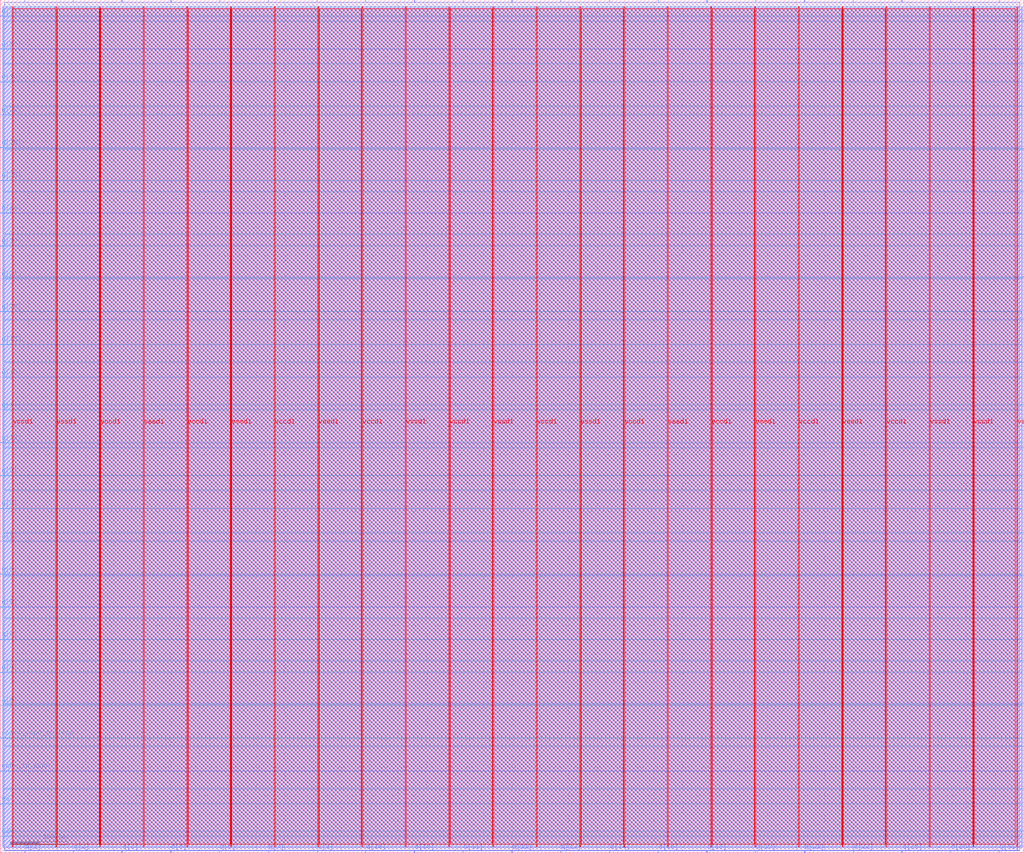
<source format=lef>
VERSION 5.7 ;
  NOWIREEXTENSIONATPIN ON ;
  DIVIDERCHAR "/" ;
  BUSBITCHARS "[]" ;
MACRO custom_sram
  CLASS BLOCK ;
  FOREIGN custom_sram ;
  ORIGIN 0.000 0.000 ;
  SIZE 1800.000 BY 1500.000 ;
  PIN a[0]
    DIRECTION INPUT ;
    USE SIGNAL ;
    PORT
      LAYER met3 ;
        RECT 0.000 259.120 4.000 259.720 ;
    END
  END a[0]
  PIN a[10]
    DIRECTION INPUT ;
    USE SIGNAL ;
    PORT
      LAYER met2 ;
        RECT 642.710 0.000 642.990 4.000 ;
    END
  END a[10]
  PIN a[11]
    DIRECTION INPUT ;
    USE SIGNAL ;
    PORT
      LAYER met2 ;
        RECT 814.290 0.000 814.570 4.000 ;
    END
  END a[11]
  PIN a[12]
    DIRECTION INPUT ;
    USE SIGNAL ;
    PORT
      LAYER met3 ;
        RECT 1796.000 862.280 1800.000 862.880 ;
    END
  END a[12]
  PIN a[13]
    DIRECTION INPUT ;
    USE SIGNAL ;
    PORT
      LAYER met3 ;
        RECT 0.000 720.840 4.000 721.440 ;
    END
  END a[13]
  PIN a[14]
    DIRECTION INPUT ;
    USE SIGNAL ;
    PORT
      LAYER met2 ;
        RECT 642.710 1496.000 642.990 1500.000 ;
    END
  END a[14]
  PIN a[15]
    DIRECTION INPUT ;
    USE SIGNAL ;
    PORT
      LAYER met3 ;
        RECT 1796.000 1087.360 1800.000 1087.960 ;
    END
  END a[15]
  PIN a[16]
    DIRECTION INPUT ;
    USE SIGNAL ;
    PORT
      LAYER met3 ;
        RECT 1796.000 1162.160 1800.000 1162.760 ;
    END
  END a[16]
  PIN a[17]
    DIRECTION INPUT ;
    USE SIGNAL ;
    PORT
      LAYER met2 ;
        RECT 899.850 1496.000 900.130 1500.000 ;
    END
  END a[17]
  PIN a[18]
    DIRECTION INPUT ;
    USE SIGNAL ;
    PORT
      LAYER met2 ;
        RECT 1242.550 0.000 1242.830 4.000 ;
    END
  END a[18]
  PIN a[19]
    DIRECTION INPUT ;
    USE SIGNAL ;
    PORT
      LAYER met2 ;
        RECT 1242.550 1496.000 1242.830 1500.000 ;
    END
  END a[19]
  PIN a[1]
    DIRECTION INPUT ;
    USE SIGNAL ;
    PORT
      LAYER met2 ;
        RECT 42.870 0.000 43.150 4.000 ;
    END
  END a[1]
  PIN a[2]
    DIRECTION INPUT ;
    USE SIGNAL ;
    PORT
      LAYER met3 ;
        RECT 1796.000 187.040 1800.000 187.640 ;
    END
  END a[2]
  PIN a[3]
    DIRECTION INPUT ;
    USE SIGNAL ;
    PORT
      LAYER met2 ;
        RECT 213.990 1496.000 214.270 1500.000 ;
    END
  END a[3]
  PIN a[4]
    DIRECTION INPUT ;
    USE SIGNAL ;
    PORT
      LAYER met3 ;
        RECT 0.000 374.720 4.000 375.320 ;
    END
  END a[4]
  PIN a[5]
    DIRECTION INPUT ;
    USE SIGNAL ;
    PORT
      LAYER met3 ;
        RECT 1796.000 412.120 1800.000 412.720 ;
    END
  END a[5]
  PIN a[6]
    DIRECTION INPUT ;
    USE SIGNAL ;
    PORT
      LAYER met3 ;
        RECT 1796.000 486.920 1800.000 487.520 ;
    END
  END a[6]
  PIN a[7]
    DIRECTION INPUT ;
    USE SIGNAL ;
    PORT
      LAYER met3 ;
        RECT 0.000 547.440 4.000 548.040 ;
    END
  END a[7]
  PIN a[8]
    DIRECTION INPUT ;
    USE SIGNAL ;
    PORT
      LAYER met2 ;
        RECT 557.150 0.000 557.430 4.000 ;
    END
  END a[8]
  PIN a[9]
    DIRECTION INPUT ;
    USE SIGNAL ;
    PORT
      LAYER met3 ;
        RECT 1796.000 637.200 1800.000 637.800 ;
    END
  END a[9]
  PIN clk
    DIRECTION INPUT ;
    USE SIGNAL ;
    PORT
      LAYER met3 ;
        RECT 0.000 28.600 4.000 29.200 ;
    END
  END clk
  PIN csb0_to_sram
    DIRECTION INPUT ;
    USE SIGNAL ;
    PORT
      LAYER met3 ;
        RECT 0.000 143.520 4.000 144.120 ;
    END
  END csb0_to_sram
  PIN d[0]
    DIRECTION INPUT ;
    USE SIGNAL ;
    PORT
      LAYER met3 ;
        RECT 0.000 316.920 4.000 317.520 ;
    END
  END d[0]
  PIN d[10]
    DIRECTION INPUT ;
    USE SIGNAL ;
    PORT
      LAYER met2 ;
        RECT 728.270 0.000 728.550 4.000 ;
    END
  END d[10]
  PIN d[11]
    DIRECTION INPUT ;
    USE SIGNAL ;
    PORT
      LAYER met3 ;
        RECT 1796.000 787.480 1800.000 788.080 ;
    END
  END d[11]
  PIN d[12]
    DIRECTION INPUT ;
    USE SIGNAL ;
    PORT
      LAYER met3 ;
        RECT 1796.000 937.080 1800.000 937.680 ;
    END
  END d[12]
  PIN d[13]
    DIRECTION INPUT ;
    USE SIGNAL ;
    PORT
      LAYER met3 ;
        RECT 1796.000 1011.880 1800.000 1012.480 ;
    END
  END d[13]
  PIN d[14]
    DIRECTION INPUT ;
    USE SIGNAL ;
    PORT
      LAYER met2 ;
        RECT 1071.430 0.000 1071.710 4.000 ;
    END
  END d[14]
  PIN d[15]
    DIRECTION INPUT ;
    USE SIGNAL ;
    PORT
      LAYER met2 ;
        RECT 1156.990 0.000 1157.270 4.000 ;
    END
  END d[15]
  PIN d[16]
    DIRECTION INPUT ;
    USE SIGNAL ;
    PORT
      LAYER met2 ;
        RECT 728.270 1496.000 728.550 1500.000 ;
    END
  END d[16]
  PIN d[17]
    DIRECTION INPUT ;
    USE SIGNAL ;
    PORT
      LAYER met2 ;
        RECT 985.410 1496.000 985.690 1500.000 ;
    END
  END d[17]
  PIN d[18]
    DIRECTION INPUT ;
    USE SIGNAL ;
    PORT
      LAYER met3 ;
        RECT 0.000 893.560 4.000 894.160 ;
    END
  END d[18]
  PIN d[19]
    DIRECTION INPUT ;
    USE SIGNAL ;
    PORT
      LAYER met3 ;
        RECT 1796.000 1236.960 1800.000 1237.560 ;
    END
  END d[19]
  PIN d[1]
    DIRECTION INPUT ;
    USE SIGNAL ;
    PORT
      LAYER met3 ;
        RECT 1796.000 37.440 1800.000 38.040 ;
    END
  END d[1]
  PIN d[20]
    DIRECTION INPUT ;
    USE SIGNAL ;
    PORT
      LAYER met3 ;
        RECT 1796.000 1312.440 1800.000 1313.040 ;
    END
  END d[20]
  PIN d[21]
    DIRECTION INPUT ;
    USE SIGNAL ;
    PORT
      LAYER met3 ;
        RECT 0.000 1009.160 4.000 1009.760 ;
    END
  END d[21]
  PIN d[22]
    DIRECTION INPUT ;
    USE SIGNAL ;
    PORT
      LAYER met2 ;
        RECT 1499.690 0.000 1499.970 4.000 ;
    END
  END d[22]
  PIN d[23]
    DIRECTION INPUT ;
    USE SIGNAL ;
    PORT
      LAYER met2 ;
        RECT 1328.570 1496.000 1328.850 1500.000 ;
    END
  END d[23]
  PIN d[24]
    DIRECTION INPUT ;
    USE SIGNAL ;
    PORT
      LAYER met2 ;
        RECT 1499.690 1496.000 1499.970 1500.000 ;
    END
  END d[24]
  PIN d[25]
    DIRECTION INPUT ;
    USE SIGNAL ;
    PORT
      LAYER met2 ;
        RECT 1585.710 1496.000 1585.990 1500.000 ;
    END
  END d[25]
  PIN d[26]
    DIRECTION INPUT ;
    USE SIGNAL ;
    PORT
      LAYER met3 ;
        RECT 0.000 1239.680 4.000 1240.280 ;
    END
  END d[26]
  PIN d[27]
    DIRECTION INPUT ;
    USE SIGNAL ;
    PORT
      LAYER met2 ;
        RECT 1671.270 1496.000 1671.550 1500.000 ;
    END
  END d[27]
  PIN d[28]
    DIRECTION INPUT ;
    USE SIGNAL ;
    PORT
      LAYER met3 ;
        RECT 1796.000 1387.240 1800.000 1387.840 ;
    END
  END d[28]
  PIN d[29]
    DIRECTION INPUT ;
    USE SIGNAL ;
    PORT
      LAYER met2 ;
        RECT 1671.270 0.000 1671.550 4.000 ;
    END
  END d[29]
  PIN d[2]
    DIRECTION INPUT ;
    USE SIGNAL ;
    PORT
      LAYER met2 ;
        RECT 128.430 1496.000 128.710 1500.000 ;
    END
  END d[2]
  PIN d[30]
    DIRECTION INPUT ;
    USE SIGNAL ;
    PORT
      LAYER met3 ;
        RECT 0.000 1355.280 4.000 1355.880 ;
    END
  END d[30]
  PIN d[31]
    DIRECTION INPUT ;
    USE SIGNAL ;
    PORT
      LAYER met3 ;
        RECT 0.000 1470.880 4.000 1471.480 ;
    END
  END d[31]
  PIN d[3]
    DIRECTION INPUT ;
    USE SIGNAL ;
    PORT
      LAYER met3 ;
        RECT 1796.000 261.840 1800.000 262.440 ;
    END
  END d[3]
  PIN d[4]
    DIRECTION INPUT ;
    USE SIGNAL ;
    PORT
      LAYER met2 ;
        RECT 300.010 1496.000 300.290 1500.000 ;
    END
  END d[4]
  PIN d[5]
    DIRECTION INPUT ;
    USE SIGNAL ;
    PORT
      LAYER met3 ;
        RECT 0.000 431.840 4.000 432.440 ;
    END
  END d[5]
  PIN d[6]
    DIRECTION INPUT ;
    USE SIGNAL ;
    PORT
      LAYER met2 ;
        RECT 300.010 0.000 300.290 4.000 ;
    END
  END d[6]
  PIN d[7]
    DIRECTION INPUT ;
    USE SIGNAL ;
    PORT
      LAYER met3 ;
        RECT 1796.000 562.400 1800.000 563.000 ;
    END
  END d[7]
  PIN d[8]
    DIRECTION INPUT ;
    USE SIGNAL ;
    PORT
      LAYER met2 ;
        RECT 385.570 1496.000 385.850 1500.000 ;
    END
  END d[8]
  PIN d[9]
    DIRECTION INPUT ;
    USE SIGNAL ;
    PORT
      LAYER met2 ;
        RECT 471.130 1496.000 471.410 1500.000 ;
    END
  END d[9]
  PIN q[0]
    DIRECTION OUTPUT TRISTATE ;
    USE SIGNAL ;
    PORT
      LAYER met2 ;
        RECT 42.870 1496.000 43.150 1500.000 ;
    END
  END q[0]
  PIN q[10]
    DIRECTION OUTPUT TRISTATE ;
    USE SIGNAL ;
    PORT
      LAYER met3 ;
        RECT 1796.000 712.000 1800.000 712.600 ;
    END
  END q[10]
  PIN q[11]
    DIRECTION OUTPUT TRISTATE ;
    USE SIGNAL ;
    PORT
      LAYER met2 ;
        RECT 899.850 0.000 900.130 4.000 ;
    END
  END q[11]
  PIN q[12]
    DIRECTION OUTPUT TRISTATE ;
    USE SIGNAL ;
    PORT
      LAYER met2 ;
        RECT 557.150 1496.000 557.430 1500.000 ;
    END
  END q[12]
  PIN q[13]
    DIRECTION OUTPUT TRISTATE ;
    USE SIGNAL ;
    PORT
      LAYER met2 ;
        RECT 985.410 0.000 985.690 4.000 ;
    END
  END q[13]
  PIN q[14]
    DIRECTION OUTPUT TRISTATE ;
    USE SIGNAL ;
    PORT
      LAYER met3 ;
        RECT 0.000 778.640 4.000 779.240 ;
    END
  END q[14]
  PIN q[15]
    DIRECTION OUTPUT TRISTATE ;
    USE SIGNAL ;
    PORT
      LAYER met3 ;
        RECT 0.000 835.760 4.000 836.360 ;
    END
  END q[15]
  PIN q[16]
    DIRECTION OUTPUT TRISTATE ;
    USE SIGNAL ;
    PORT
      LAYER met2 ;
        RECT 814.290 1496.000 814.570 1500.000 ;
    END
  END q[16]
  PIN q[17]
    DIRECTION OUTPUT TRISTATE ;
    USE SIGNAL ;
    PORT
      LAYER met2 ;
        RECT 1071.430 1496.000 1071.710 1500.000 ;
    END
  END q[17]
  PIN q[18]
    DIRECTION OUTPUT TRISTATE ;
    USE SIGNAL ;
    PORT
      LAYER met2 ;
        RECT 1156.990 1496.000 1157.270 1500.000 ;
    END
  END q[18]
  PIN q[19]
    DIRECTION OUTPUT TRISTATE ;
    USE SIGNAL ;
    PORT
      LAYER met2 ;
        RECT 1328.570 0.000 1328.850 4.000 ;
    END
  END q[19]
  PIN q[1]
    DIRECTION OUTPUT TRISTATE ;
    USE SIGNAL ;
    PORT
      LAYER met3 ;
        RECT 1796.000 112.240 1800.000 112.840 ;
    END
  END q[1]
  PIN q[20]
    DIRECTION OUTPUT TRISTATE ;
    USE SIGNAL ;
    PORT
      LAYER met3 ;
        RECT 0.000 951.360 4.000 951.960 ;
    END
  END q[20]
  PIN q[21]
    DIRECTION OUTPUT TRISTATE ;
    USE SIGNAL ;
    PORT
      LAYER met2 ;
        RECT 1414.130 0.000 1414.410 4.000 ;
    END
  END q[21]
  PIN q[22]
    DIRECTION OUTPUT TRISTATE ;
    USE SIGNAL ;
    PORT
      LAYER met3 ;
        RECT 0.000 1066.960 4.000 1067.560 ;
    END
  END q[22]
  PIN q[23]
    DIRECTION OUTPUT TRISTATE ;
    USE SIGNAL ;
    PORT
      LAYER met2 ;
        RECT 1414.130 1496.000 1414.410 1500.000 ;
    END
  END q[23]
  PIN q[24]
    DIRECTION OUTPUT TRISTATE ;
    USE SIGNAL ;
    PORT
      LAYER met3 ;
        RECT 0.000 1124.760 4.000 1125.360 ;
    END
  END q[24]
  PIN q[25]
    DIRECTION OUTPUT TRISTATE ;
    USE SIGNAL ;
    PORT
      LAYER met3 ;
        RECT 0.000 1181.880 4.000 1182.480 ;
    END
  END q[25]
  PIN q[26]
    DIRECTION OUTPUT TRISTATE ;
    USE SIGNAL ;
    PORT
      LAYER met2 ;
        RECT 1585.710 0.000 1585.990 4.000 ;
    END
  END q[26]
  PIN q[27]
    DIRECTION OUTPUT TRISTATE ;
    USE SIGNAL ;
    PORT
      LAYER met2 ;
        RECT 1756.830 1496.000 1757.110 1500.000 ;
    END
  END q[27]
  PIN q[28]
    DIRECTION OUTPUT TRISTATE ;
    USE SIGNAL ;
    PORT
      LAYER met3 ;
        RECT 0.000 1297.480 4.000 1298.080 ;
    END
  END q[28]
  PIN q[29]
    DIRECTION OUTPUT TRISTATE ;
    USE SIGNAL ;
    PORT
      LAYER met3 ;
        RECT 1796.000 1462.040 1800.000 1462.640 ;
    END
  END q[29]
  PIN q[2]
    DIRECTION OUTPUT TRISTATE ;
    USE SIGNAL ;
    PORT
      LAYER met2 ;
        RECT 128.430 0.000 128.710 4.000 ;
    END
  END q[2]
  PIN q[30]
    DIRECTION OUTPUT TRISTATE ;
    USE SIGNAL ;
    PORT
      LAYER met3 ;
        RECT 0.000 1413.080 4.000 1413.680 ;
    END
  END q[30]
  PIN q[31]
    DIRECTION OUTPUT TRISTATE ;
    USE SIGNAL ;
    PORT
      LAYER met2 ;
        RECT 1756.830 0.000 1757.110 4.000 ;
    END
  END q[31]
  PIN q[3]
    DIRECTION OUTPUT TRISTATE ;
    USE SIGNAL ;
    PORT
      LAYER met2 ;
        RECT 213.990 0.000 214.270 4.000 ;
    END
  END q[3]
  PIN q[4]
    DIRECTION OUTPUT TRISTATE ;
    USE SIGNAL ;
    PORT
      LAYER met3 ;
        RECT 1796.000 337.320 1800.000 337.920 ;
    END
  END q[4]
  PIN q[5]
    DIRECTION OUTPUT TRISTATE ;
    USE SIGNAL ;
    PORT
      LAYER met3 ;
        RECT 0.000 489.640 4.000 490.240 ;
    END
  END q[5]
  PIN q[6]
    DIRECTION OUTPUT TRISTATE ;
    USE SIGNAL ;
    PORT
      LAYER met2 ;
        RECT 385.570 0.000 385.850 4.000 ;
    END
  END q[6]
  PIN q[7]
    DIRECTION OUTPUT TRISTATE ;
    USE SIGNAL ;
    PORT
      LAYER met2 ;
        RECT 471.130 0.000 471.410 4.000 ;
    END
  END q[7]
  PIN q[8]
    DIRECTION OUTPUT TRISTATE ;
    USE SIGNAL ;
    PORT
      LAYER met3 ;
        RECT 0.000 605.240 4.000 605.840 ;
    END
  END q[8]
  PIN q[9]
    DIRECTION OUTPUT TRISTATE ;
    USE SIGNAL ;
    PORT
      LAYER met3 ;
        RECT 0.000 663.040 4.000 663.640 ;
    END
  END q[9]
  PIN spare_wen0_to_sram
    DIRECTION INPUT ;
    USE SIGNAL ;
    PORT
      LAYER met3 ;
        RECT 0.000 201.320 4.000 201.920 ;
    END
  END spare_wen0_to_sram
  PIN vccd1
    DIRECTION INPUT ;
    USE POWER ;
    PORT
      LAYER met4 ;
        RECT 21.040 10.640 22.640 1488.080 ;
    END
    PORT
      LAYER met4 ;
        RECT 174.640 10.640 176.240 1488.080 ;
    END
    PORT
      LAYER met4 ;
        RECT 328.240 10.640 329.840 1488.080 ;
    END
    PORT
      LAYER met4 ;
        RECT 481.840 10.640 483.440 1488.080 ;
    END
    PORT
      LAYER met4 ;
        RECT 635.440 10.640 637.040 1488.080 ;
    END
    PORT
      LAYER met4 ;
        RECT 789.040 10.640 790.640 1488.080 ;
    END
    PORT
      LAYER met4 ;
        RECT 942.640 10.640 944.240 1488.080 ;
    END
    PORT
      LAYER met4 ;
        RECT 1096.240 10.640 1097.840 1488.080 ;
    END
    PORT
      LAYER met4 ;
        RECT 1249.840 10.640 1251.440 1488.080 ;
    END
    PORT
      LAYER met4 ;
        RECT 1403.440 10.640 1405.040 1488.080 ;
    END
    PORT
      LAYER met4 ;
        RECT 1557.040 10.640 1558.640 1488.080 ;
    END
    PORT
      LAYER met4 ;
        RECT 1710.640 10.640 1712.240 1488.080 ;
    END
  END vccd1
  PIN vssd1
    DIRECTION INPUT ;
    USE GROUND ;
    PORT
      LAYER met4 ;
        RECT 97.840 10.640 99.440 1488.080 ;
    END
    PORT
      LAYER met4 ;
        RECT 251.440 10.640 253.040 1488.080 ;
    END
    PORT
      LAYER met4 ;
        RECT 405.040 10.640 406.640 1488.080 ;
    END
    PORT
      LAYER met4 ;
        RECT 558.640 10.640 560.240 1488.080 ;
    END
    PORT
      LAYER met4 ;
        RECT 712.240 10.640 713.840 1488.080 ;
    END
    PORT
      LAYER met4 ;
        RECT 865.840 10.640 867.440 1488.080 ;
    END
    PORT
      LAYER met4 ;
        RECT 1019.440 10.640 1021.040 1488.080 ;
    END
    PORT
      LAYER met4 ;
        RECT 1173.040 10.640 1174.640 1488.080 ;
    END
    PORT
      LAYER met4 ;
        RECT 1326.640 10.640 1328.240 1488.080 ;
    END
    PORT
      LAYER met4 ;
        RECT 1480.240 10.640 1481.840 1488.080 ;
    END
    PORT
      LAYER met4 ;
        RECT 1633.840 10.640 1635.440 1488.080 ;
    END
    PORT
      LAYER met4 ;
        RECT 1787.440 10.640 1789.040 1488.080 ;
    END
  END vssd1
  PIN we
    DIRECTION INPUT ;
    USE SIGNAL ;
    PORT
      LAYER met3 ;
        RECT 0.000 85.720 4.000 86.320 ;
    END
  END we
  OBS
      LAYER li1 ;
        RECT 5.520 10.795 1797.075 1487.925 ;
      LAYER met1 ;
        RECT 5.520 8.540 1797.135 1488.080 ;
      LAYER met2 ;
        RECT 6.990 1495.720 42.590 1496.000 ;
        RECT 43.430 1495.720 128.150 1496.000 ;
        RECT 128.990 1495.720 213.710 1496.000 ;
        RECT 214.550 1495.720 299.730 1496.000 ;
        RECT 300.570 1495.720 385.290 1496.000 ;
        RECT 386.130 1495.720 470.850 1496.000 ;
        RECT 471.690 1495.720 556.870 1496.000 ;
        RECT 557.710 1495.720 642.430 1496.000 ;
        RECT 643.270 1495.720 727.990 1496.000 ;
        RECT 728.830 1495.720 814.010 1496.000 ;
        RECT 814.850 1495.720 899.570 1496.000 ;
        RECT 900.410 1495.720 985.130 1496.000 ;
        RECT 985.970 1495.720 1071.150 1496.000 ;
        RECT 1071.990 1495.720 1156.710 1496.000 ;
        RECT 1157.550 1495.720 1242.270 1496.000 ;
        RECT 1243.110 1495.720 1328.290 1496.000 ;
        RECT 1329.130 1495.720 1413.850 1496.000 ;
        RECT 1414.690 1495.720 1499.410 1496.000 ;
        RECT 1500.250 1495.720 1585.430 1496.000 ;
        RECT 1586.270 1495.720 1670.990 1496.000 ;
        RECT 1671.830 1495.720 1756.550 1496.000 ;
        RECT 1757.390 1495.720 1792.530 1496.000 ;
        RECT 6.990 4.280 1792.530 1495.720 ;
        RECT 6.990 3.670 42.590 4.280 ;
        RECT 43.430 3.670 128.150 4.280 ;
        RECT 128.990 3.670 213.710 4.280 ;
        RECT 214.550 3.670 299.730 4.280 ;
        RECT 300.570 3.670 385.290 4.280 ;
        RECT 386.130 3.670 470.850 4.280 ;
        RECT 471.690 3.670 556.870 4.280 ;
        RECT 557.710 3.670 642.430 4.280 ;
        RECT 643.270 3.670 727.990 4.280 ;
        RECT 728.830 3.670 814.010 4.280 ;
        RECT 814.850 3.670 899.570 4.280 ;
        RECT 900.410 3.670 985.130 4.280 ;
        RECT 985.970 3.670 1071.150 4.280 ;
        RECT 1071.990 3.670 1156.710 4.280 ;
        RECT 1157.550 3.670 1242.270 4.280 ;
        RECT 1243.110 3.670 1328.290 4.280 ;
        RECT 1329.130 3.670 1413.850 4.280 ;
        RECT 1414.690 3.670 1499.410 4.280 ;
        RECT 1500.250 3.670 1585.430 4.280 ;
        RECT 1586.270 3.670 1670.990 4.280 ;
        RECT 1671.830 3.670 1756.550 4.280 ;
        RECT 1757.390 3.670 1792.530 4.280 ;
      LAYER met3 ;
        RECT 4.000 1471.880 1796.000 1488.005 ;
        RECT 4.400 1470.480 1796.000 1471.880 ;
        RECT 4.000 1463.040 1796.000 1470.480 ;
        RECT 4.000 1461.640 1795.600 1463.040 ;
        RECT 4.000 1414.080 1796.000 1461.640 ;
        RECT 4.400 1412.680 1796.000 1414.080 ;
        RECT 4.000 1388.240 1796.000 1412.680 ;
        RECT 4.000 1386.840 1795.600 1388.240 ;
        RECT 4.000 1356.280 1796.000 1386.840 ;
        RECT 4.400 1354.880 1796.000 1356.280 ;
        RECT 4.000 1313.440 1796.000 1354.880 ;
        RECT 4.000 1312.040 1795.600 1313.440 ;
        RECT 4.000 1298.480 1796.000 1312.040 ;
        RECT 4.400 1297.080 1796.000 1298.480 ;
        RECT 4.000 1240.680 1796.000 1297.080 ;
        RECT 4.400 1239.280 1796.000 1240.680 ;
        RECT 4.000 1237.960 1796.000 1239.280 ;
        RECT 4.000 1236.560 1795.600 1237.960 ;
        RECT 4.000 1182.880 1796.000 1236.560 ;
        RECT 4.400 1181.480 1796.000 1182.880 ;
        RECT 4.000 1163.160 1796.000 1181.480 ;
        RECT 4.000 1161.760 1795.600 1163.160 ;
        RECT 4.000 1125.760 1796.000 1161.760 ;
        RECT 4.400 1124.360 1796.000 1125.760 ;
        RECT 4.000 1088.360 1796.000 1124.360 ;
        RECT 4.000 1086.960 1795.600 1088.360 ;
        RECT 4.000 1067.960 1796.000 1086.960 ;
        RECT 4.400 1066.560 1796.000 1067.960 ;
        RECT 4.000 1012.880 1796.000 1066.560 ;
        RECT 4.000 1011.480 1795.600 1012.880 ;
        RECT 4.000 1010.160 1796.000 1011.480 ;
        RECT 4.400 1008.760 1796.000 1010.160 ;
        RECT 4.000 952.360 1796.000 1008.760 ;
        RECT 4.400 950.960 1796.000 952.360 ;
        RECT 4.000 938.080 1796.000 950.960 ;
        RECT 4.000 936.680 1795.600 938.080 ;
        RECT 4.000 894.560 1796.000 936.680 ;
        RECT 4.400 893.160 1796.000 894.560 ;
        RECT 4.000 863.280 1796.000 893.160 ;
        RECT 4.000 861.880 1795.600 863.280 ;
        RECT 4.000 836.760 1796.000 861.880 ;
        RECT 4.400 835.360 1796.000 836.760 ;
        RECT 4.000 788.480 1796.000 835.360 ;
        RECT 4.000 787.080 1795.600 788.480 ;
        RECT 4.000 779.640 1796.000 787.080 ;
        RECT 4.400 778.240 1796.000 779.640 ;
        RECT 4.000 721.840 1796.000 778.240 ;
        RECT 4.400 720.440 1796.000 721.840 ;
        RECT 4.000 713.000 1796.000 720.440 ;
        RECT 4.000 711.600 1795.600 713.000 ;
        RECT 4.000 664.040 1796.000 711.600 ;
        RECT 4.400 662.640 1796.000 664.040 ;
        RECT 4.000 638.200 1796.000 662.640 ;
        RECT 4.000 636.800 1795.600 638.200 ;
        RECT 4.000 606.240 1796.000 636.800 ;
        RECT 4.400 604.840 1796.000 606.240 ;
        RECT 4.000 563.400 1796.000 604.840 ;
        RECT 4.000 562.000 1795.600 563.400 ;
        RECT 4.000 548.440 1796.000 562.000 ;
        RECT 4.400 547.040 1796.000 548.440 ;
        RECT 4.000 490.640 1796.000 547.040 ;
        RECT 4.400 489.240 1796.000 490.640 ;
        RECT 4.000 487.920 1796.000 489.240 ;
        RECT 4.000 486.520 1795.600 487.920 ;
        RECT 4.000 432.840 1796.000 486.520 ;
        RECT 4.400 431.440 1796.000 432.840 ;
        RECT 4.000 413.120 1796.000 431.440 ;
        RECT 4.000 411.720 1795.600 413.120 ;
        RECT 4.000 375.720 1796.000 411.720 ;
        RECT 4.400 374.320 1796.000 375.720 ;
        RECT 4.000 338.320 1796.000 374.320 ;
        RECT 4.000 336.920 1795.600 338.320 ;
        RECT 4.000 317.920 1796.000 336.920 ;
        RECT 4.400 316.520 1796.000 317.920 ;
        RECT 4.000 262.840 1796.000 316.520 ;
        RECT 4.000 261.440 1795.600 262.840 ;
        RECT 4.000 260.120 1796.000 261.440 ;
        RECT 4.400 258.720 1796.000 260.120 ;
        RECT 4.000 202.320 1796.000 258.720 ;
        RECT 4.400 200.920 1796.000 202.320 ;
        RECT 4.000 188.040 1796.000 200.920 ;
        RECT 4.000 186.640 1795.600 188.040 ;
        RECT 4.000 144.520 1796.000 186.640 ;
        RECT 4.400 143.120 1796.000 144.520 ;
        RECT 4.000 113.240 1796.000 143.120 ;
        RECT 4.000 111.840 1795.600 113.240 ;
        RECT 4.000 86.720 1796.000 111.840 ;
        RECT 4.400 85.320 1796.000 86.720 ;
        RECT 4.000 38.440 1796.000 85.320 ;
        RECT 4.000 37.040 1795.600 38.440 ;
        RECT 4.000 29.600 1796.000 37.040 ;
        RECT 4.400 28.200 1796.000 29.600 ;
        RECT 4.000 10.715 1796.000 28.200 ;
      LAYER met4 ;
        RECT 23.295 15.135 97.440 1484.265 ;
        RECT 99.840 15.135 174.240 1484.265 ;
        RECT 176.640 15.135 251.040 1484.265 ;
        RECT 253.440 15.135 327.840 1484.265 ;
        RECT 330.240 15.135 404.640 1484.265 ;
        RECT 407.040 15.135 481.440 1484.265 ;
        RECT 483.840 15.135 558.240 1484.265 ;
        RECT 560.640 15.135 635.040 1484.265 ;
        RECT 637.440 15.135 711.840 1484.265 ;
        RECT 714.240 15.135 788.640 1484.265 ;
        RECT 791.040 15.135 865.440 1484.265 ;
        RECT 867.840 15.135 942.240 1484.265 ;
        RECT 944.640 15.135 1019.040 1484.265 ;
        RECT 1021.440 15.135 1095.840 1484.265 ;
        RECT 1098.240 15.135 1172.640 1484.265 ;
        RECT 1175.040 15.135 1249.440 1484.265 ;
        RECT 1251.840 15.135 1326.240 1484.265 ;
        RECT 1328.640 15.135 1403.040 1484.265 ;
        RECT 1405.440 15.135 1479.840 1484.265 ;
        RECT 1482.240 15.135 1556.640 1484.265 ;
        RECT 1559.040 15.135 1633.440 1484.265 ;
        RECT 1635.840 15.135 1710.240 1484.265 ;
        RECT 1712.640 15.135 1784.505 1484.265 ;
  END
END custom_sram
END LIBRARY


</source>
